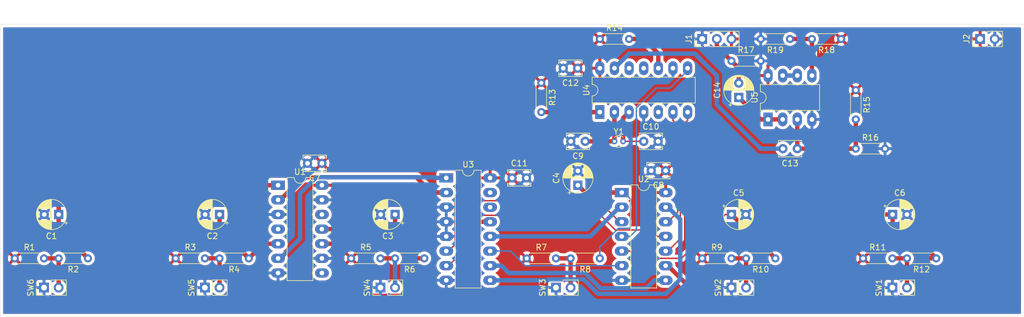
<source format=kicad_pcb>
(kicad_pcb (version 20171130) (host pcbnew "(5.1.2-1)-1")
  (layers (0 F.Cu signal) (31 B.Cu signal) (34 B.Paste user) (35 F.Paste user) (36 B.SilkS user) (37 F.SilkS user) (38 B.Mask user) (39 F.Mask user) (44 Edge.Cuts user))
  (net 0 "")
  (net 1 GND)
  (net 2 "Net-(C2-Pad1)")
  (net 3 "Net-(C3-Pad1)")
  (net 4 "Net-(C4-Pad1)")
  (net 5 "Net-(C5-Pad1)")
  (net 6 "Net-(C6-Pad1)")
  (net 7 +5V)
  (net 8 "Net-(C9-Pad1)")
  (net 9 "Net-(C10-Pad1)")
  (net 10 "Net-(C13-Pad1)")
  (net 11 "Net-(C13-Pad2)")
  (net 12 "Net-(C14-Pad1)")
  (net 13 "Net-(C14-Pad2)")
  (net 14 "Net-(R1-Pad2)")
  (net 15 "Net-(R3-Pad2)")
  (net 16 "Net-(R5-Pad2)")
  (net 17 "Net-(R7-Pad2)")
  (net 18 "Net-(R10-Pad2)")
  (net 19 "Net-(R11-Pad2)")
  (net 20 "Net-(R13-Pad2)")
  (net 21 "Net-(R14-Pad2)")
  (net 22 "Net-(U1-Pad10)")
  (net 23 "Net-(U2-Pad12)")
  (net 24 "Net-(U2-Pad4)")
  (net 25 "Net-(U2-Pad10)")
  (net 26 "Net-(U2-Pad2)")
  (net 27 "Net-(U5-Pad6)")
  (net 28 "Net-(C1-Pad1)")
  (net 29 "Net-(U2-Pad13)")
  (net 30 "Net-(U2-Pad11)")
  (net 31 "Net-(R18-Pad2)")
  (net 32 "Net-(U1-Pad6)")
  (net 33 "Net-(U1-Pad2)")
  (net 34 "Net-(U2-Pad6)")
  (net 35 "Net-(U2-Pad3)")
  (net 36 "Net-(U2-Pad8)")
  (module Capacitor_THT:CP_Radial_D5.0mm_P2.50mm (layer F.Cu) (at 194.31 88.9 90)
    (fp_text reference C14 (at 1.25 -3.75 90) (layer F.SilkS))
    (fp_text value 10uf)
    (pad 2 thru_hole circle (at 2.5 0 90) (size 1.6 1.6) (drill 0.8) (layers *.Cu *.Mask) (net 13 "Net-(C14-Pad2)"))
    (pad 1 thru_hole rect (at 0 0 90) (size 1.6 1.6) (drill 0.8) (layers *.Cu *.Mask) (net 12 "Net-(C14-Pad1)"))
  )
  (module Capacitor_THT:C_Disc_D3.8mm_W2.6mm_P2.50mm (layer F.Cu) (at 204.47 97.79 180)
    (fp_text reference C13 (at 1.25 -2.55) (layer F.SilkS))
    (fp_text value .1uf)
    (pad 2 thru_hole circle (at 2.5 0 180) (size 1.6 1.6) (drill 0.8) (layers *.Cu *.Mask) (net 11 "Net-(C13-Pad2)"))
    (pad 1 thru_hole circle (at 0 0 180) (size 1.6 1.6) (drill 0.8) (layers *.Cu *.Mask) (net 10 "Net-(C13-Pad1)"))
  )
  (module Capacitor_THT:C_Disc_D3.8mm_W2.6mm_P2.50mm (layer F.Cu) (at 166.33 83.82 180)
    (fp_text reference C12 (at 1.25 -2.55) (layer F.SilkS))
    (fp_text value 100nf)
    (pad 2 thru_hole circle (at 2.5 0 180) (size 1.6 1.6) (drill 0.8) (layers *.Cu *.Mask) (net 1 GND))
    (pad 1 thru_hole circle (at 0 0 180) (size 1.6 1.6) (drill 0.8) (layers *.Cu *.Mask) (net 7 +5V))
  )
  (module Capacitor_THT:C_Disc_D3.8mm_W2.6mm_P2.50mm (layer F.Cu) (at 154.94 102.87)
    (fp_text reference C11 (at 1.25 -2.55) (layer F.SilkS))
    (fp_text value 100nf)
    (pad 2 thru_hole circle (at 2.5 0) (size 1.6 1.6) (drill 0.8) (layers *.Cu *.Mask) (net 1 GND))
    (pad 1 thru_hole circle (at 0 0) (size 1.6 1.6) (drill 0.8) (layers *.Cu *.Mask) (net 7 +5V))
  )
  (module Capacitor_THT:C_Disc_D3.8mm_W2.6mm_P2.50mm (layer F.Cu) (at 177.8 96.52)
    (fp_text reference C10 (at 1.25 -2.55) (layer F.SilkS))
    (fp_text value 20pf)
    (pad 2 thru_hole circle (at 2.5 0) (size 1.6 1.6) (drill 0.8) (layers *.Cu *.Mask) (net 1 GND))
    (pad 1 thru_hole circle (at 0 0) (size 1.6 1.6) (drill 0.8) (layers *.Cu *.Mask) (net 9 "Net-(C10-Pad1)"))
  )
  (module Capacitor_THT:C_Disc_D3.8mm_W2.6mm_P2.50mm (layer F.Cu) (at 167.64 96.52 180)
    (fp_text reference C9 (at 1.25 -2.55) (layer F.SilkS))
    (fp_text value 20pf)
    (pad 2 thru_hole circle (at 2.5 0 180) (size 1.6 1.6) (drill 0.8) (layers *.Cu *.Mask) (net 1 GND))
    (pad 1 thru_hole circle (at 0 0 180) (size 1.6 1.6) (drill 0.8) (layers *.Cu *.Mask) (net 8 "Net-(C9-Pad1)"))
  )
  (module Capacitor_THT:C_Disc_D3.8mm_W2.6mm_P2.50mm (layer F.Cu) (at 181.61 101.6 180)
    (fp_text reference C8 (at 1.25 -2.55) (layer F.SilkS))
    (fp_text value 100nf)
    (pad 2 thru_hole circle (at 2.5 0 180) (size 1.6 1.6) (drill 0.8) (layers *.Cu *.Mask) (net 1 GND))
    (pad 1 thru_hole circle (at 0 0 180) (size 1.6 1.6) (drill 0.8) (layers *.Cu *.Mask) (net 7 +5V))
  )
  (module Capacitor_THT:C_Disc_D3.8mm_W2.6mm_P2.50mm (layer F.Cu) (at 121.92 100.33 180)
    (fp_text reference C7 (at 1.25 -2.55) (layer F.SilkS))
    (fp_text value 100nf)
    (pad 2 thru_hole circle (at 2.5 0 180) (size 1.6 1.6) (drill 0.8) (layers *.Cu *.Mask) (net 1 GND))
    (pad 1 thru_hole circle (at 0 0 180) (size 1.6 1.6) (drill 0.8) (layers *.Cu *.Mask) (net 7 +5V))
  )
  (module Capacitor_THT:CP_Radial_D5.0mm_P2.50mm (layer F.Cu) (at 221.02 109.22)
    (fp_text reference C6 (at 1.25 -3.75) (layer F.SilkS))
    (fp_text value 10uf)
    (pad 2 thru_hole circle (at 2.5 0) (size 1.6 1.6) (drill 0.8) (layers *.Cu *.Mask) (net 1 GND))
    (pad 1 thru_hole rect (at 0 0) (size 1.6 1.6) (drill 0.8) (layers *.Cu *.Mask) (net 6 "Net-(C6-Pad1)"))
  )
  (module Capacitor_THT:CP_Radial_D5.0mm_P2.50mm (layer F.Cu) (at 193.04 109.22)
    (fp_text reference C5 (at 1.25 -3.75) (layer F.SilkS))
    (fp_text value 10uf)
    (pad 2 thru_hole circle (at 2.5 0) (size 1.6 1.6) (drill 0.8) (layers *.Cu *.Mask) (net 1 GND))
    (pad 1 thru_hole rect (at 0 0) (size 1.6 1.6) (drill 0.8) (layers *.Cu *.Mask) (net 5 "Net-(C5-Pad1)"))
  )
  (module Capacitor_THT:CP_Radial_D5.0mm_P2.50mm (layer F.Cu) (at 166.37 104.14 90)
    (fp_text reference C4 (at 1.25 -3.75 90) (layer F.SilkS))
    (fp_text value 10uf)
    (pad 2 thru_hole circle (at 2.5 0 90) (size 1.6 1.6) (drill 0.8) (layers *.Cu *.Mask) (net 1 GND))
    (pad 1 thru_hole rect (at 0 0 90) (size 1.6 1.6) (drill 0.8) (layers *.Cu *.Mask) (net 4 "Net-(C4-Pad1)"))
  )
  (module Capacitor_THT:CP_Radial_D5.0mm_P2.50mm (layer F.Cu) (at 134.62 109.22 180)
    (fp_text reference C3 (at 1.25 -3.75) (layer F.SilkS))
    (fp_text value 10uf)
    (pad 2 thru_hole circle (at 2.5 0 180) (size 1.6 1.6) (drill 0.8) (layers *.Cu *.Mask) (net 1 GND))
    (pad 1 thru_hole rect (at 0 0 180) (size 1.6 1.6) (drill 0.8) (layers *.Cu *.Mask) (net 3 "Net-(C3-Pad1)"))
  )
  (module Capacitor_THT:CP_Radial_D5.0mm_P2.50mm (layer F.Cu) (at 104.14 109.22 180)
    (fp_text reference C2 (at 1.25 -3.75) (layer F.SilkS))
    (fp_text value 10uf)
    (pad 2 thru_hole circle (at 2.5 0 180) (size 1.6 1.6) (drill 0.8) (layers *.Cu *.Mask) (net 1 GND))
    (pad 1 thru_hole rect (at 0 0 180) (size 1.6 1.6) (drill 0.8) (layers *.Cu *.Mask) (net 2 "Net-(C2-Pad1)"))
  )
  (module Capacitor_THT:CP_Radial_D5.0mm_P2.50mm (layer F.Cu) (at 76.2 109.22 180)
    (fp_text reference C1 (at 1.25 -3.75) (layer F.SilkS))
    (fp_text value 10uf)
    (pad 2 thru_hole circle (at 2.5 0 180) (size 1.6 1.6) (drill 0.8) (layers *.Cu *.Mask) (net 1 GND))
    (pad 1 thru_hole rect (at 0 0 180) (size 1.6 1.6) (drill 0.8) (layers *.Cu *.Mask) (net 28 "Net-(C1-Pad1)"))
  )
  (module Resistor_THT:R_Axial_DIN0204_L3.6mm_D1.6mm_P5.08mm_Horizontal (layer F.Cu) (at 203.2 78.74 180)
    (fp_text reference R19 (at 2.54 -1.92) (layer F.SilkS))
    (fp_text value 10k)
    (pad 2 thru_hole oval (at 5.08 0 180) (size 1.4 1.4) (drill 0.7) (layers *.Cu *.Mask) (net 1 GND))
    (pad 1 thru_hole circle (at 0 0 180) (size 1.4 1.4) (drill 0.7) (layers *.Cu *.Mask) (net 31 "Net-(R18-Pad2)"))
  )
  (module Resistor_THT:R_Axial_DIN0204_L3.6mm_D1.6mm_P5.08mm_Horizontal (layer F.Cu) (at 212.09 78.74 180)
    (fp_text reference R18 (at 2.54 -1.92) (layer F.SilkS))
    (fp_text value 10k)
    (pad 2 thru_hole oval (at 5.08 0 180) (size 1.4 1.4) (drill 0.7) (layers *.Cu *.Mask) (net 31 "Net-(R18-Pad2)"))
    (pad 1 thru_hole circle (at 0 0 180) (size 1.4 1.4) (drill 0.7) (layers *.Cu *.Mask) (net 7 +5V))
  )
  (module Resistor_THT:R_Axial_DIN0204_L3.6mm_D1.6mm_P5.08mm_Horizontal (layer F.Cu) (at 193.04 82.55)
    (fp_text reference R17 (at 2.54 -1.92) (layer F.SilkS))
    (fp_text value 10k)
    (pad 2 thru_hole oval (at 5.08 0) (size 1.4 1.4) (drill 0.7) (layers *.Cu *.Mask) (net 1 GND))
    (pad 1 thru_hole circle (at 0 0) (size 1.4 1.4) (drill 0.7) (layers *.Cu *.Mask) (net 13 "Net-(C14-Pad2)"))
  )
  (module Resistor_THT:R_Axial_DIN0204_L3.6mm_D1.6mm_P5.08mm_Horizontal (layer F.Cu) (at 214.63 97.79)
    (fp_text reference R16 (at 2.54 -1.92) (layer F.SilkS))
    (fp_text value 1m)
    (pad 2 thru_hole oval (at 5.08 0) (size 1.4 1.4) (drill 0.7) (layers *.Cu *.Mask) (net 1 GND))
    (pad 1 thru_hole circle (at 0 0) (size 1.4 1.4) (drill 0.7) (layers *.Cu *.Mask) (net 10 "Net-(C13-Pad1)"))
  )
  (module Resistor_THT:R_Axial_DIN0204_L3.6mm_D1.6mm_P5.08mm_Horizontal (layer F.Cu) (at 214.63 87.63 270)
    (fp_text reference R15 (at 2.54 -1.92 90) (layer F.SilkS))
    (fp_text value 1m)
    (pad 2 thru_hole oval (at 5.08 0 270) (size 1.4 1.4) (drill 0.7) (layers *.Cu *.Mask) (net 10 "Net-(C13-Pad1)"))
    (pad 1 thru_hole circle (at 0 0 270) (size 1.4 1.4) (drill 0.7) (layers *.Cu *.Mask) (net 7 +5V))
  )
  (module Resistor_THT:R_Axial_DIN0204_L3.6mm_D1.6mm_P5.08mm_Horizontal (layer F.Cu) (at 170.18 78.74)
    (fp_text reference R14 (at 2.54 -1.92) (layer F.SilkS))
    (fp_text value 10k)
    (pad 2 thru_hole oval (at 5.08 0) (size 1.4 1.4) (drill 0.7) (layers *.Cu *.Mask) (net 21 "Net-(R14-Pad2)"))
    (pad 1 thru_hole circle (at 0 0) (size 1.4 1.4) (drill 0.7) (layers *.Cu *.Mask) (net 7 +5V))
  )
  (module Resistor_THT:R_Axial_DIN0204_L3.6mm_D1.6mm_P5.08mm_Horizontal (layer F.Cu) (at 160.02 86.36 270)
    (fp_text reference R13 (at 2.54 -1.92 90) (layer F.SilkS))
    (fp_text value 10k)
    (pad 2 thru_hole oval (at 5.08 0 270) (size 1.4 1.4) (drill 0.7) (layers *.Cu *.Mask) (net 20 "Net-(R13-Pad2)"))
    (pad 1 thru_hole circle (at 0 0 270) (size 1.4 1.4) (drill 0.7) (layers *.Cu *.Mask) (net 7 +5V))
  )
  (module Resistor_THT:R_Axial_DIN0204_L3.6mm_D1.6mm_P5.08mm_Horizontal (layer F.Cu) (at 228.6 116.84 180)
    (fp_text reference R12 (at 2.54 -1.92) (layer F.SilkS))
    (fp_text value 1k)
    (pad 2 thru_hole oval (at 5.08 0 180) (size 1.4 1.4) (drill 0.7) (layers *.Cu *.Mask) (net 19 "Net-(R11-Pad2)"))
    (pad 1 thru_hole circle (at 0 0 180) (size 1.4 1.4) (drill 0.7) (layers *.Cu *.Mask) (net 6 "Net-(C6-Pad1)"))
  )
  (module Resistor_THT:R_Axial_DIN0204_L3.6mm_D1.6mm_P5.08mm_Horizontal (layer F.Cu) (at 215.9 116.84)
    (fp_text reference R11 (at 2.54 -1.92) (layer F.SilkS))
    (fp_text value 10k)
    (pad 2 thru_hole oval (at 5.08 0) (size 1.4 1.4) (drill 0.7) (layers *.Cu *.Mask) (net 19 "Net-(R11-Pad2)"))
    (pad 1 thru_hole circle (at 0 0) (size 1.4 1.4) (drill 0.7) (layers *.Cu *.Mask) (net 7 +5V))
  )
  (module Resistor_THT:R_Axial_DIN0204_L3.6mm_D1.6mm_P5.08mm_Horizontal (layer F.Cu) (at 200.66 116.84 180)
    (fp_text reference R10 (at 2.54 -1.92) (layer F.SilkS))
    (fp_text value 1k)
    (pad 2 thru_hole oval (at 5.08 0 180) (size 1.4 1.4) (drill 0.7) (layers *.Cu *.Mask) (net 18 "Net-(R10-Pad2)"))
    (pad 1 thru_hole circle (at 0 0 180) (size 1.4 1.4) (drill 0.7) (layers *.Cu *.Mask) (net 5 "Net-(C5-Pad1)"))
  )
  (module Resistor_THT:R_Axial_DIN0204_L3.6mm_D1.6mm_P5.08mm_Horizontal (layer F.Cu) (at 187.96 116.84)
    (fp_text reference R9 (at 2.54 -1.92) (layer F.SilkS))
    (fp_text value 10k)
    (pad 2 thru_hole oval (at 5.08 0) (size 1.4 1.4) (drill 0.7) (layers *.Cu *.Mask) (net 18 "Net-(R10-Pad2)"))
    (pad 1 thru_hole circle (at 0 0) (size 1.4 1.4) (drill 0.7) (layers *.Cu *.Mask) (net 7 +5V))
  )
  (module Resistor_THT:R_Axial_DIN0204_L3.6mm_D1.6mm_P5.08mm_Horizontal (layer F.Cu) (at 170.18 116.84 180)
    (fp_text reference R8 (at 2.54 -1.92) (layer F.SilkS))
    (fp_text value 1k)
    (pad 2 thru_hole oval (at 5.08 0 180) (size 1.4 1.4) (drill 0.7) (layers *.Cu *.Mask) (net 17 "Net-(R7-Pad2)"))
    (pad 1 thru_hole circle (at 0 0 180) (size 1.4 1.4) (drill 0.7) (layers *.Cu *.Mask) (net 4 "Net-(C4-Pad1)"))
  )
  (module Resistor_THT:R_Axial_DIN0204_L3.6mm_D1.6mm_P5.08mm_Horizontal (layer F.Cu) (at 157.48 116.84)
    (fp_text reference R7 (at 2.54 -1.92) (layer F.SilkS))
    (fp_text value 10k)
    (pad 2 thru_hole oval (at 5.08 0) (size 1.4 1.4) (drill 0.7) (layers *.Cu *.Mask) (net 17 "Net-(R7-Pad2)"))
    (pad 1 thru_hole circle (at 0 0) (size 1.4 1.4) (drill 0.7) (layers *.Cu *.Mask) (net 7 +5V))
  )
  (module Resistor_THT:R_Axial_DIN0204_L3.6mm_D1.6mm_P5.08mm_Horizontal (layer F.Cu) (at 139.7 116.84 180)
    (fp_text reference R6 (at 2.54 -1.92) (layer F.SilkS))
    (fp_text value 1k)
    (pad 2 thru_hole oval (at 5.08 0 180) (size 1.4 1.4) (drill 0.7) (layers *.Cu *.Mask) (net 16 "Net-(R5-Pad2)"))
    (pad 1 thru_hole circle (at 0 0 180) (size 1.4 1.4) (drill 0.7) (layers *.Cu *.Mask) (net 3 "Net-(C3-Pad1)"))
  )
  (module Resistor_THT:R_Axial_DIN0204_L3.6mm_D1.6mm_P5.08mm_Horizontal (layer F.Cu) (at 127 116.84)
    (fp_text reference R5 (at 2.54 -1.92) (layer F.SilkS))
    (fp_text value 10k)
    (pad 2 thru_hole oval (at 5.08 0) (size 1.4 1.4) (drill 0.7) (layers *.Cu *.Mask) (net 16 "Net-(R5-Pad2)"))
    (pad 1 thru_hole circle (at 0 0) (size 1.4 1.4) (drill 0.7) (layers *.Cu *.Mask) (net 7 +5V))
  )
  (module Resistor_THT:R_Axial_DIN0204_L3.6mm_D1.6mm_P5.08mm_Horizontal (layer F.Cu) (at 109.22 116.84 180)
    (fp_text reference R4 (at 2.54 -1.92) (layer F.SilkS))
    (fp_text value 1k)
    (pad 2 thru_hole oval (at 5.08 0 180) (size 1.4 1.4) (drill 0.7) (layers *.Cu *.Mask) (net 15 "Net-(R3-Pad2)"))
    (pad 1 thru_hole circle (at 0 0 180) (size 1.4 1.4) (drill 0.7) (layers *.Cu *.Mask) (net 2 "Net-(C2-Pad1)"))
  )
  (module Resistor_THT:R_Axial_DIN0204_L3.6mm_D1.6mm_P5.08mm_Horizontal (layer F.Cu) (at 96.52 116.84)
    (fp_text reference R3 (at 2.54 -1.92) (layer F.SilkS))
    (fp_text value 10k)
    (pad 2 thru_hole oval (at 5.08 0) (size 1.4 1.4) (drill 0.7) (layers *.Cu *.Mask) (net 15 "Net-(R3-Pad2)"))
    (pad 1 thru_hole circle (at 0 0) (size 1.4 1.4) (drill 0.7) (layers *.Cu *.Mask) (net 7 +5V))
  )
  (module Resistor_THT:R_Axial_DIN0204_L3.6mm_D1.6mm_P5.08mm_Horizontal (layer F.Cu) (at 81.28 116.84 180)
    (fp_text reference R2 (at 2.54 -1.92) (layer F.SilkS))
    (fp_text value 1k)
    (pad 2 thru_hole oval (at 5.08 0 180) (size 1.4 1.4) (drill 0.7) (layers *.Cu *.Mask) (net 14 "Net-(R1-Pad2)"))
    (pad 1 thru_hole circle (at 0 0 180) (size 1.4 1.4) (drill 0.7) (layers *.Cu *.Mask) (net 28 "Net-(C1-Pad1)"))
  )
  (module Resistor_THT:R_Axial_DIN0204_L3.6mm_D1.6mm_P5.08mm_Horizontal (layer F.Cu) (at 68.58 116.84)
    (fp_text reference R1 (at 2.54 -1.92) (layer F.SilkS))
    (fp_text value 10k)
    (pad 2 thru_hole oval (at 5.08 0) (size 1.4 1.4) (drill 0.7) (layers *.Cu *.Mask) (net 14 "Net-(R1-Pad2)"))
    (pad 1 thru_hole circle (at 0 0) (size 1.4 1.4) (drill 0.7) (layers *.Cu *.Mask) (net 7 +5V))
  )
  (module Connector_PinHeader_2.54mm:PinHeader_1x02_P2.54mm_Vertical (layer F.Cu) (at 236.22 78.74 90)
    (fp_text reference J2 (at 0 -2.33 90) (layer F.SilkS))
    (fp_text value Conn_01x02_Male)
    (pad 2 thru_hole oval (at 0 2.54 90) (size 1.7 1.7) (drill 1) (layers *.Cu *.Mask) (net 1 GND))
    (pad 1 thru_hole rect (at 0 0 90) (size 1.7 1.7) (drill 1) (layers *.Cu *.Mask) (net 7 +5V))
  )
  (module Package_DIP:DIP-16_W7.62mm_LongPads (layer F.Cu) (at 143.51 102.87)
    (fp_text reference U3 (at 3.81 -2.33) (layer F.SilkS))
    (fp_text value 74LS148)
    (pad 16 thru_hole oval (at 7.62 0) (size 2.4 1.6) (drill 0.8) (layers *.Cu *.Mask) (net 7 +5V))
    (pad 8 thru_hole oval (at 0 17.78) (size 2.4 1.6) (drill 0.8) (layers *.Cu *.Mask) (net 1 GND))
    (pad 15 thru_hole oval (at 7.62 2.54) (size 2.4 1.6) (drill 0.8) (layers *.Cu *.Mask))
    (pad 7 thru_hole oval (at 0 15.24) (size 2.4 1.6) (drill 0.8) (layers *.Cu *.Mask) (net 30 "Net-(U2-Pad11)"))
    (pad 14 thru_hole oval (at 7.62 5.08) (size 2.4 1.6) (drill 0.8) (layers *.Cu *.Mask))
    (pad 6 thru_hole oval (at 0 12.7) (size 2.4 1.6) (drill 0.8) (layers *.Cu *.Mask) (net 35 "Net-(U2-Pad3)"))
    (pad 13 thru_hole oval (at 7.62 7.62) (size 2.4 1.6) (drill 0.8) (layers *.Cu *.Mask) (net 22 "Net-(U1-Pad10)"))
    (pad 5 thru_hole oval (at 0 10.16) (size 2.4 1.6) (drill 0.8) (layers *.Cu *.Mask) (net 1 GND))
    (pad 12 thru_hole oval (at 7.62 10.16) (size 2.4 1.6) (drill 0.8) (layers *.Cu *.Mask) (net 26 "Net-(U2-Pad2)"))
    (pad 4 thru_hole oval (at 0 7.62) (size 2.4 1.6) (drill 0.8) (layers *.Cu *.Mask) (net 1 GND))
    (pad 11 thru_hole oval (at 7.62 12.7) (size 2.4 1.6) (drill 0.8) (layers *.Cu *.Mask) (net 34 "Net-(U2-Pad6)"))
    (pad 3 thru_hole oval (at 0 5.08) (size 2.4 1.6) (drill 0.8) (layers *.Cu *.Mask) (net 1 GND))
    (pad 10 thru_hole oval (at 7.62 15.24) (size 2.4 1.6) (drill 0.8) (layers *.Cu *.Mask) (net 36 "Net-(U2-Pad8)"))
    (pad 2 thru_hole oval (at 0 2.54) (size 2.4 1.6) (drill 0.8) (layers *.Cu *.Mask) (net 33 "Net-(U1-Pad2)"))
    (pad 9 thru_hole oval (at 7.62 17.78) (size 2.4 1.6) (drill 0.8) (layers *.Cu *.Mask) (net 29 "Net-(U2-Pad13)"))
    (pad 1 thru_hole rect (at 0 0) (size 2.4 1.6) (drill 0.8) (layers *.Cu *.Mask) (net 32 "Net-(U1-Pad6)"))
  )
  (module Crystal:Crystal_DS10_D1.0mm_L4.3mm_Vertical (layer F.Cu) (at 172.72 96.52)
    (fp_text reference Y1 (at 0.75 -1.7) (layer F.SilkS))
    (fp_text value 3.5795mHz)
    (pad 2 thru_hole circle (at 1.5 0) (size 1 1) (drill 0.5) (layers *.Cu *.Mask) (net 9 "Net-(C10-Pad1)"))
    (pad 1 thru_hole circle (at 0 0) (size 1 1) (drill 0.5) (layers *.Cu *.Mask) (net 8 "Net-(C9-Pad1)"))
  )
  (module Package_DIP:DIP-8_W7.62mm_LongPads (layer F.Cu) (at 199.39 92.71 90)
    (fp_text reference U5 (at 3.81 -2.33 90) (layer F.SilkS))
    (fp_text value LM358)
    (pad 8 thru_hole oval (at 7.62 0 90) (size 2.4 1.6) (drill 0.8) (layers *.Cu *.Mask) (net 7 +5V))
    (pad 4 thru_hole oval (at 0 7.62 90) (size 2.4 1.6) (drill 0.8) (layers *.Cu *.Mask) (net 1 GND))
    (pad 7 thru_hole oval (at 7.62 2.54 90) (size 2.4 1.6) (drill 0.8) (layers *.Cu *.Mask) (net 27 "Net-(U5-Pad6)"))
    (pad 3 thru_hole oval (at 0 5.08 90) (size 2.4 1.6) (drill 0.8) (layers *.Cu *.Mask) (net 10 "Net-(C13-Pad1)"))
    (pad 6 thru_hole oval (at 7.62 5.08 90) (size 2.4 1.6) (drill 0.8) (layers *.Cu *.Mask) (net 27 "Net-(U5-Pad6)"))
    (pad 2 thru_hole oval (at 0 2.54 90) (size 2.4 1.6) (drill 0.8) (layers *.Cu *.Mask) (net 12 "Net-(C14-Pad1)"))
    (pad 5 thru_hole oval (at 7.62 7.62 90) (size 2.4 1.6) (drill 0.8) (layers *.Cu *.Mask) (net 31 "Net-(R18-Pad2)"))
    (pad 1 thru_hole rect (at 0 0 90) (size 2.4 1.6) (drill 0.8) (layers *.Cu *.Mask) (net 12 "Net-(C14-Pad1)"))
  )
  (module Package_DIP:DIP-14_W7.62mm_LongPads (layer F.Cu) (at 170.18 91.44 90)
    (fp_text reference U4 (at 3.81 -2.33 90) (layer F.SilkS))
    (fp_text value HT9200B)
    (pad 14 thru_hole oval (at 7.62 0 90) (size 2.4 1.6) (drill 0.8) (layers *.Cu *.Mask) (net 7 +5V))
    (pad 7 thru_hole oval (at 0 15.24 90) (size 2.4 1.6) (drill 0.8) (layers *.Cu *.Mask) (net 25 "Net-(U2-Pad10)"))
    (pad 13 thru_hole oval (at 7.62 2.54 90) (size 2.4 1.6) (drill 0.8) (layers *.Cu *.Mask) (net 11 "Net-(C13-Pad2)"))
    (pad 6 thru_hole oval (at 0 12.7 90) (size 2.4 1.6) (drill 0.8) (layers *.Cu *.Mask) (net 23 "Net-(U2-Pad12)"))
    (pad 12 thru_hole oval (at 7.62 5.08 90) (size 2.4 1.6) (drill 0.8) (layers *.Cu *.Mask))
    (pad 5 thru_hole oval (at 0 10.16 90) (size 2.4 1.6) (drill 0.8) (layers *.Cu *.Mask))
    (pad 11 thru_hole oval (at 7.62 7.62 90) (size 2.4 1.6) (drill 0.8) (layers *.Cu *.Mask))
    (pad 4 thru_hole oval (at 0 7.62 90) (size 2.4 1.6) (drill 0.8) (layers *.Cu *.Mask) (net 1 GND))
    (pad 10 thru_hole oval (at 7.62 10.16 90) (size 2.4 1.6) (drill 0.8) (layers *.Cu *.Mask) (net 21 "Net-(R14-Pad2)"))
    (pad 3 thru_hole oval (at 0 5.08 90) (size 2.4 1.6) (drill 0.8) (layers *.Cu *.Mask) (net 9 "Net-(C10-Pad1)"))
    (pad 9 thru_hole oval (at 7.62 12.7 90) (size 2.4 1.6) (drill 0.8) (layers *.Cu *.Mask) (net 1 GND))
    (pad 2 thru_hole oval (at 0 2.54 90) (size 2.4 1.6) (drill 0.8) (layers *.Cu *.Mask) (net 8 "Net-(C9-Pad1)"))
    (pad 8 thru_hole oval (at 7.62 15.24 90) (size 2.4 1.6) (drill 0.8) (layers *.Cu *.Mask) (net 24 "Net-(U2-Pad4)"))
    (pad 1 thru_hole rect (at 0 0 90) (size 2.4 1.6) (drill 0.8) (layers *.Cu *.Mask) (net 20 "Net-(R13-Pad2)"))
  )
  (module Package_DIP:DIP-14_W7.62mm_LongPads (layer F.Cu) (at 173.99 105.41)
    (fp_text reference U2 (at 3.81 -2.33) (layer F.SilkS))
    (fp_text value 74HCT04)
    (pad 14 thru_hole oval (at 7.62 0) (size 2.4 1.6) (drill 0.8) (layers *.Cu *.Mask) (net 7 +5V))
    (pad 7 thru_hole oval (at 0 15.24) (size 2.4 1.6) (drill 0.8) (layers *.Cu *.Mask) (net 1 GND))
    (pad 13 thru_hole oval (at 7.62 2.54) (size 2.4 1.6) (drill 0.8) (layers *.Cu *.Mask) (net 29 "Net-(U2-Pad13)"))
    (pad 6 thru_hole oval (at 0 12.7) (size 2.4 1.6) (drill 0.8) (layers *.Cu *.Mask) (net 34 "Net-(U2-Pad6)"))
    (pad 12 thru_hole oval (at 7.62 5.08) (size 2.4 1.6) (drill 0.8) (layers *.Cu *.Mask) (net 23 "Net-(U2-Pad12)"))
    (pad 5 thru_hole oval (at 0 10.16) (size 2.4 1.6) (drill 0.8) (layers *.Cu *.Mask) (net 5 "Net-(C5-Pad1)"))
    (pad 11 thru_hole oval (at 7.62 7.62) (size 2.4 1.6) (drill 0.8) (layers *.Cu *.Mask) (net 30 "Net-(U2-Pad11)"))
    (pad 4 thru_hole oval (at 0 7.62) (size 2.4 1.6) (drill 0.8) (layers *.Cu *.Mask) (net 24 "Net-(U2-Pad4)"))
    (pad 10 thru_hole oval (at 7.62 10.16) (size 2.4 1.6) (drill 0.8) (layers *.Cu *.Mask) (net 25 "Net-(U2-Pad10)"))
    (pad 3 thru_hole oval (at 0 5.08) (size 2.4 1.6) (drill 0.8) (layers *.Cu *.Mask) (net 35 "Net-(U2-Pad3)"))
    (pad 9 thru_hole oval (at 7.62 12.7) (size 2.4 1.6) (drill 0.8) (layers *.Cu *.Mask) (net 6 "Net-(C6-Pad1)"))
    (pad 2 thru_hole oval (at 0 2.54) (size 2.4 1.6) (drill 0.8) (layers *.Cu *.Mask) (net 26 "Net-(U2-Pad2)"))
    (pad 8 thru_hole oval (at 7.62 15.24) (size 2.4 1.6) (drill 0.8) (layers *.Cu *.Mask) (net 36 "Net-(U2-Pad8)"))
    (pad 1 thru_hole rect (at 0 0) (size 2.4 1.6) (drill 0.8) (layers *.Cu *.Mask) (net 4 "Net-(C4-Pad1)"))
  )
  (module Package_DIP:DIP-14_W7.62mm_LongPads (layer F.Cu) (at 114.3 104.14)
    (fp_text reference U1 (at 3.81 -2.33) (layer F.SilkS))
    (fp_text value 74HCT04)
    (pad 14 thru_hole oval (at 7.62 0) (size 2.4 1.6) (drill 0.8) (layers *.Cu *.Mask) (net 7 +5V))
    (pad 7 thru_hole oval (at 0 15.24) (size 2.4 1.6) (drill 0.8) (layers *.Cu *.Mask) (net 1 GND))
    (pad 13 thru_hole oval (at 7.62 2.54) (size 2.4 1.6) (drill 0.8) (layers *.Cu *.Mask) (net 1 GND))
    (pad 6 thru_hole oval (at 0 12.7) (size 2.4 1.6) (drill 0.8) (layers *.Cu *.Mask) (net 32 "Net-(U1-Pad6)"))
    (pad 12 thru_hole oval (at 7.62 5.08) (size 2.4 1.6) (drill 0.8) (layers *.Cu *.Mask))
    (pad 5 thru_hole oval (at 0 10.16) (size 2.4 1.6) (drill 0.8) (layers *.Cu *.Mask) (net 2 "Net-(C2-Pad1)"))
    (pad 11 thru_hole oval (at 7.62 7.62) (size 2.4 1.6) (drill 0.8) (layers *.Cu *.Mask) (net 3 "Net-(C3-Pad1)"))
    (pad 4 thru_hole oval (at 0 7.62) (size 2.4 1.6) (drill 0.8) (layers *.Cu *.Mask))
    (pad 10 thru_hole oval (at 7.62 10.16) (size 2.4 1.6) (drill 0.8) (layers *.Cu *.Mask) (net 22 "Net-(U1-Pad10)"))
    (pad 3 thru_hole oval (at 0 5.08) (size 2.4 1.6) (drill 0.8) (layers *.Cu *.Mask) (net 1 GND))
    (pad 9 thru_hole oval (at 7.62 12.7) (size 2.4 1.6) (drill 0.8) (layers *.Cu *.Mask) (net 1 GND))
    (pad 2 thru_hole oval (at 0 2.54) (size 2.4 1.6) (drill 0.8) (layers *.Cu *.Mask) (net 33 "Net-(U1-Pad2)"))
    (pad 8 thru_hole oval (at 7.62 15.24) (size 2.4 1.6) (drill 0.8) (layers *.Cu *.Mask))
    (pad 1 thru_hole rect (at 0 0) (size 2.4 1.6) (drill 0.8) (layers *.Cu *.Mask) (net 28 "Net-(C1-Pad1)"))
  )
  (module Connector_PinHeader_2.54mm:PinHeader_1x02_P2.54mm_Vertical (layer F.Cu) (at 220.98 121.92 90)
    (fp_text reference SW1 (at 0 -2.33 90) (layer F.SilkS))
    (fp_text value SW_SPST)
    (pad 2 thru_hole oval (at 0 2.54 90) (size 1.7 1.7) (drill 1) (layers *.Cu *.Mask) (net 19 "Net-(R11-Pad2)"))
    (pad 1 thru_hole rect (at 0 0 90) (size 1.7 1.7) (drill 1) (layers *.Cu *.Mask) (net 1 GND))
  )
  (module Connector_PinHeader_2.54mm:PinHeader_1x02_P2.54mm_Vertical (layer F.Cu) (at 193.04 121.92 90)
    (fp_text reference SW2 (at 0 -2.33 90) (layer F.SilkS))
    (fp_text value SW_SPST)
    (pad 2 thru_hole oval (at 0 2.54 90) (size 1.7 1.7) (drill 1) (layers *.Cu *.Mask) (net 18 "Net-(R10-Pad2)"))
    (pad 1 thru_hole rect (at 0 0 90) (size 1.7 1.7) (drill 1) (layers *.Cu *.Mask) (net 1 GND))
  )
  (module Connector_PinHeader_2.54mm:PinHeader_1x02_P2.54mm_Vertical (layer F.Cu) (at 162.56 121.92 90)
    (fp_text reference SW3 (at 0 -2.33 90) (layer F.SilkS))
    (fp_text value SW_SPST)
    (pad 2 thru_hole oval (at 0 2.54 90) (size 1.7 1.7) (drill 1) (layers *.Cu *.Mask) (net 17 "Net-(R7-Pad2)"))
    (pad 1 thru_hole rect (at 0 0 90) (size 1.7 1.7) (drill 1) (layers *.Cu *.Mask) (net 1 GND))
  )
  (module Connector_PinHeader_2.54mm:PinHeader_1x02_P2.54mm_Vertical (layer F.Cu) (at 132.08 121.92 90)
    (fp_text reference SW4 (at 0 -2.33 90) (layer F.SilkS))
    (fp_text value SW_SPST)
    (pad 2 thru_hole oval (at 0 2.54 90) (size 1.7 1.7) (drill 1) (layers *.Cu *.Mask) (net 16 "Net-(R5-Pad2)"))
    (pad 1 thru_hole rect (at 0 0 90) (size 1.7 1.7) (drill 1) (layers *.Cu *.Mask) (net 1 GND))
  )
  (module Connector_PinHeader_2.54mm:PinHeader_1x02_P2.54mm_Vertical (layer F.Cu) (at 101.6 121.92 90)
    (fp_text reference SW5 (at 0 -2.33 90) (layer F.SilkS))
    (fp_text value SW_SPST)
    (pad 2 thru_hole oval (at 0 2.54 90) (size 1.7 1.7) (drill 1) (layers *.Cu *.Mask) (net 15 "Net-(R3-Pad2)"))
    (pad 1 thru_hole rect (at 0 0 90) (size 1.7 1.7) (drill 1) (layers *.Cu *.Mask) (net 1 GND))
  )
  (module Connector_PinHeader_2.54mm:PinHeader_1x02_P2.54mm_Vertical (layer F.Cu) (at 73.66 121.92 90)
    (fp_text reference SW6 (at 0 -2.33 90) (layer F.SilkS))
    (fp_text value SW_SPST)
    (pad 2 thru_hole oval (at 0 2.54 90) (size 1.7 1.7) (drill 1) (layers *.Cu *.Mask) (net 14 "Net-(R1-Pad2)"))
    (pad 1 thru_hole rect (at 0 0 90) (size 1.7 1.7) (drill 1) (layers *.Cu *.Mask) (net 1 GND))
  )
  (module Connector_PinHeader_2.54mm:PinHeader_1x03_P2.54mm_Vertical (layer F.Cu) (at 187.96 78.74 90)
    (fp_text reference J1 (at 0 -2.33 90) (layer F.SilkS))
    (fp_text value XLR3)
    (pad 3 thru_hole oval (at 0 5.08 90) (size 1.7 1.7) (drill 1) (layers *.Cu *.Mask) (net 7 +5V))
    (pad 2 thru_hole oval (at 0 2.54 90) (size 1.7 1.7) (drill 1) (layers *.Cu *.Mask) (net 13 "Net-(C14-Pad2)"))
    (pad 1 thru_hole rect (at 0 0 90) (size 1.7 1.7) (drill 1) (layers *.Cu *.Mask) (net 1 GND))
  )
  (gr_line (start 66.04 127) (end 66.04 76.2) (layer Edge.Cuts) (width 0.05))
  (gr_line (start 243.84 127) (end 66.04 127) (layer Edge.Cuts) (width 0.05))
  (gr_line (start 243.84 76.2) (end 243.84 127) (layer Edge.Cuts) (width 0.05))
  (gr_line (start 66.04 76.2) (end 243.84 76.2) (layer Edge.Cuts) (width 0.05))
  (segment (start 108.520001 116.140001) (end 109.22 116.84) (width 0.762) (layer F.Cu) (net 2))
  (segment (start 104.14 111.76) (end 109.22 116.84) (width 0.762) (layer F.Cu) (net 2))
  (segment (start 104.14 109.22) (end 104.14 111.76) (width 0.762) (layer F.Cu) (net 2))
  (segment (start 113.9 114.3) (end 114.3 114.3) (width 0.762) (layer F.Cu) (net 2))
  (segment (start 134.62 110.27) (end 134.62 109.22) (width 0.25) (layer F.Cu) (net 3))
  (segment (start 121.92 111.76) (end 122.32 111.76) (width 0.762) (layer F.Cu) (net 3))
  (segment (start 134.62 110.782) (end 134.62 109.22) (width 0.762) (layer F.Cu) (net 3))
  (segment (start 133.642 111.76) (end 134.62 110.782) (width 0.762) (layer F.Cu) (net 3))
  (segment (start 173.59 105.41) (end 173.99 105.41) (width 0.762) (layer F.Cu) (net 4))
  (segment (start 200.66 116.84) (end 193.04 109.22) (width 0.762) (layer F.Cu) (net 5))
  (segment (start 227.900001 116.140001) (end 228.6 116.84) (width 0.762) (layer F.Cu) (net 6))
  (segment (start 182.01 118.11) (end 188.36 124.46) (width 0.762) (layer F.Cu) (net 6))
  (segment (start 181.61 118.11) (end 182.01 118.11) (width 0.762) (layer F.Cu) (net 6))
  (segment (start 219.458 109.22) (end 221.02 109.22) (width 0.762) (layer F.Cu) (net 6))
  (segment (start 204.218 124.46) (end 219.458 109.22) (width 0.762) (layer F.Cu) (net 6))
  (segment (start 188.36 124.46) (end 204.218 124.46) (width 0.762) (layer F.Cu) (net 6))
  (segment (start 227.610051 116.84) (end 228.6 116.84) (width 0.762) (layer F.Cu) (net 6))
  (segment (start 221.02 110.782) (end 227.078 116.84) (width 0.762) (layer F.Cu) (net 6))
  (segment (start 227.078 116.84) (end 227.610051 116.84) (width 0.762) (layer F.Cu) (net 6))
  (segment (start 221.02 109.22) (end 221.02 110.782) (width 0.762) (layer F.Cu) (net 6))
  (segment (start 170.18 83.82) (end 170.18 84.22) (width 0.762) (layer B.Cu) (net 7))
  (segment (start 167.64 96.52) (end 172.72 96.52) (width 0.762) (layer F.Cu) (net 8))
  (segment (start 172.72 96.52) (end 172.72 91.44) (width 0.762) (layer F.Cu) (net 8))
  (segment (start 174.22 92.48) (end 175.26 91.44) (width 0.762) (layer F.Cu) (net 9))
  (segment (start 174.22 96.52) (end 174.22 92.48) (width 0.762) (layer F.Cu) (net 9))
  (segment (start 204.47 92.71) (end 204.47 97.79) (width 0.762) (layer F.Cu) (net 10))
  (segment (start 214.63 97.79) (end 204.47 97.79) (width 0.762) (layer F.Cu) (net 10))
  (segment (start 214.63 92.71) (end 214.63 97.79) (width 0.762) (layer F.Cu) (net 10))
  (segment (start 73.66 116.84) (end 76.2 116.84) (width 0.762) (layer F.Cu) (net 14))
  (segment (start 76.2 121.92) (end 76.2 116.84) (width 0.762) (layer F.Cu) (net 14))
  (segment (start 104.14 116.84) (end 104.14 121.92) (width 0.762) (layer F.Cu) (net 15))
  (segment (start 104.14 116.84) (end 101.6 116.84) (width 0.762) (layer F.Cu) (net 15))
  (segment (start 134.62 121.92) (end 134.62 116.84) (width 0.762) (layer B.Cu) (net 16))
  (segment (start 132.08 116.84) (end 134.62 116.84) (width 0.762) (layer F.Cu) (net 16))
  (segment (start 162.56 116.84) (end 165.1 116.84) (width 0.762) (layer F.Cu) (net 17))
  (segment (start 165.1 121.92) (end 165.1 116.84) (width 0.762) (layer F.Cu) (net 17))
  (segment (start 193.04 116.84) (end 195.58 116.84) (width 0.762) (layer F.Cu) (net 18))
  (segment (start 195.58 121.92) (end 195.58 116.84) (width 0.762) (layer F.Cu) (net 18))
  (segment (start 220.98 116.84) (end 223.52 116.84) (width 0.762) (layer F.Cu) (net 19))
  (segment (start 223.52 121.92) (end 223.52 116.84) (width 0.762) (layer F.Cu) (net 19))
  (segment (start 160.02 91.44) (end 170.18 91.44) (width 0.762) (layer F.Cu) (net 20))
  (segment (start 141.548 105.41) (end 143.51 105.41) (width 0.762) (layer F.Cu) (net 33))
  (segment (start 121.92 109.22) (end 122.32 109.22) (width 0.762) (layer F.Cu) (net 0))
  (segment (start 114.3 111.76) (end 114.7 111.76) (width 0.25) (layer B.Cu) (net 0))
  (segment (start 150.73 110.49) (end 151.13 110.49) (width 0.762) (layer F.Cu) (net 22))
  (segment (start 204.47 85.09) (end 201.93 85.09) (width 0.762) (layer B.Cu) (net 27))
  (segment (start 76.2 107.658) (end 76.2 109.22) (width 0.762) (layer F.Cu) (net 28))
  (segment (start 76.2 111.76) (end 81.28 116.84) (width 0.762) (layer F.Cu) (net 28))
  (segment (start 76.2 109.22) (end 76.2 111.76) (width 0.762) (layer F.Cu) (net 28))
  (segment (start 79.718 104.14) (end 78.594 105.264) (width 0.25) (layer F.Cu) (net 28))
  (segment (start 207.01 85.49) (end 207.01 85.09) (width 0.762) (layer B.Cu) (net 31))
  (segment (start 203.2 78.74) (end 205.74 78.74) (width 0.25) (layer F.Cu) (net 31))
  (segment (start 114.3 116.84) (end 113.9 116.84) (width 0.25) (layer B.Cu) (net 32))
  (segment (start 114.7 116.84) (end 114.3 116.84) (width 0.25) (layer F.Cu) (net 32))
  (segment (start 114.3 109.22) (end 113.9 109.22) (width 0.25) (layer F.Cu) (net 1))
  (segment (start 111.76 114.3) (end 109.22 116.84) (width 0.762) (layer F.Cu) (net 2))
  (segment (start 114.3 114.3) (end 111.76 114.3) (width 0.762) (layer F.Cu) (net 2))
  (segment (start 138.43 116.84) (end 133.35 111.76) (width 0.762) (layer F.Cu) (net 3))
  (segment (start 139.7 116.84) (end 138.43 116.84) (width 0.762) (layer F.Cu) (net 3))
  (segment (start 133.35 111.76) (end 133.642 111.76) (width 0.762) (layer F.Cu) (net 3))
  (segment (start 121.92 111.76) (end 133.35 111.76) (width 0.762) (layer F.Cu) (net 3))
  (segment (start 172.54 105.41) (end 173.99 105.41) (width 0.25) (layer F.Cu) (net 4))
  (segment (start 173.413986 111.61501) (end 175.40499 111.61501) (width 0.25) (layer B.Cu) (net 4))
  (segment (start 170.18 114.848996) (end 173.413986 111.61501) (width 0.25) (layer B.Cu) (net 4))
  (segment (start 170.18 116.84) (end 170.18 114.848996) (width 0.25) (layer B.Cu) (net 4))
  (segment (start 175.51501 106.53501) (end 174.39 105.41) (width 0.25) (layer B.Cu) (net 4))
  (segment (start 174.39 105.41) (end 173.99 105.41) (width 0.25) (layer B.Cu) (net 4))
  (segment (start 175.51501 111.50499) (end 175.51501 106.53501) (width 0.25) (layer B.Cu) (net 4))
  (segment (start 175.40499 111.61501) (end 175.51501 111.50499) (width 0.25) (layer B.Cu) (net 4))
  (segment (start 167.64 105.41) (end 166.37 104.14) (width 0.762) (layer F.Cu) (net 4))
  (segment (start 173.99 105.41) (end 167.64 105.41) (width 0.762) (layer F.Cu) (net 4))
  (segment (start 191.99 109.22) (end 193.04 109.22) (width 0.25) (layer F.Cu) (net 5))
  (segment (start 176.71 116.84) (end 184.37 116.84) (width 0.25) (layer F.Cu) (net 5))
  (segment (start 175.44 115.57) (end 176.71 116.84) (width 0.25) (layer F.Cu) (net 5))
  (segment (start 184.37 116.84) (end 191.99 109.22) (width 0.25) (layer F.Cu) (net 5))
  (segment (start 173.99 115.57) (end 175.44 115.57) (width 0.25) (layer F.Cu) (net 5))
  (segment (start 174.22 96.52) (end 177.8 96.52) (width 0.25) (layer F.Cu) (net 9))
  (segment (start 172.72 83.42) (end 173.84501 82.29499) (width 0.25) (layer B.Cu) (net 11))
  (segment (start 172.72 83.82) (end 172.72 83.42) (width 0.25) (layer B.Cu) (net 11))
  (segment (start 201.97 97.79) (end 198.12 97.79) (width 0.762) (layer B.Cu) (net 11))
  (segment (start 198.12 97.79) (end 190.5 90.17) (width 0.762) (layer B.Cu) (net 11))
  (segment (start 190.5 90.17) (end 190.5 85.09) (width 0.762) (layer B.Cu) (net 11))
  (segment (start 190.5 85.09) (end 186.69 81.28) (width 0.762) (layer B.Cu) (net 11))
  (segment (start 186.69 81.28) (end 175.26 81.28) (width 0.762) (layer B.Cu) (net 11))
  (segment (start 175.26 81.28) (end 172.72 83.82) (width 0.762) (layer B.Cu) (net 11))
  (segment (start 201.93 92.71) (end 199.39 92.71) (width 0.762) (layer F.Cu) (net 12))
  (segment (start 194.31 88.9) (end 198.12 92.71) (width 0.762) (layer F.Cu) (net 12))
  (segment (start 198.12 92.71) (end 199.39 92.71) (width 0.762) (layer F.Cu) (net 12))
  (segment (start 194.31 83.82) (end 193.04 82.55) (width 0.762) (layer F.Cu) (net 13))
  (segment (start 194.31 86.4) (end 194.31 83.82) (width 0.762) (layer F.Cu) (net 13))
  (segment (start 190.5 80.01) (end 193.04 82.55) (width 0.762) (layer F.Cu) (net 13))
  (segment (start 190.5 78.74) (end 190.5 80.01) (width 0.762) (layer F.Cu) (net 13))
  (segment (start 180.34 83.82) (end 180.34 83.42) (width 0.762) (layer F.Cu) (net 21))
  (segment (start 175.26 78.74) (end 177.8 78.74) (width 0.762) (layer F.Cu) (net 21))
  (segment (start 180.34 81.28) (end 180.34 83.82) (width 0.762) (layer F.Cu) (net 21))
  (segment (start 177.8 78.74) (end 180.34 81.28) (width 0.762) (layer F.Cu) (net 21))
  (segment (start 151.13 110.49) (end 149.168 110.49) (width 0.762) (layer F.Cu) (net 22))
  (segment (start 148.59 111.068) (end 148.59 113.03) (width 0.762) (layer F.Cu) (net 22))
  (segment (start 149.168 110.49) (end 148.59 111.068) (width 0.762) (layer F.Cu) (net 22))
  (segment (start 148.59 113.03) (end 148.59 112.63) (width 0.762) (layer F.Cu) (net 22))
  (segment (start 148.59 120.65) (end 148.59 113.03) (width 0.762) (layer F.Cu) (net 22))
  (segment (start 145.888999 123.351001) (end 148.59 120.65) (width 0.762) (layer F.Cu) (net 22))
  (segment (start 128.108999 123.351001) (end 145.888999 123.351001) (width 0.762) (layer F.Cu) (net 22))
  (segment (start 124.329001 114.747001) (end 124.329001 119.571003) (width 0.762) (layer F.Cu) (net 22))
  (segment (start 124.329001 119.571003) (end 128.108999 123.351001) (width 0.762) (layer F.Cu) (net 22))
  (segment (start 123.882 114.3) (end 124.329001 114.747001) (width 0.762) (layer F.Cu) (net 22))
  (segment (start 121.92 114.3) (end 123.882 114.3) (width 0.762) (layer F.Cu) (net 22))
  (segment (start 182.88 92.89) (end 182.88 91.44) (width 0.25) (layer F.Cu) (net 23))
  (segment (start 183.69999 93.70999) (end 182.88 92.89) (width 0.25) (layer F.Cu) (net 23))
  (segment (start 183.69999 108.80001) (end 183.69999 93.70999) (width 0.25) (layer F.Cu) (net 23))
  (segment (start 182.01 110.49) (end 183.69999 108.80001) (width 0.25) (layer F.Cu) (net 23))
  (segment (start 181.61 110.49) (end 182.01 110.49) (width 0.25) (layer F.Cu) (net 23))
  (segment (start 175.44 113.03) (end 176.53 111.94) (width 0.25) (layer B.Cu) (net 24))
  (segment (start 173.99 113.03) (end 175.44 113.03) (width 0.25) (layer B.Cu) (net 24))
  (segment (start 176.53 111.94) (end 176.53 90.718996) (width 0.25) (layer B.Cu) (net 24))
  (segment (start 182.370502 87.269498) (end 179.979498 87.269498) (width 0.25) (layer B.Cu) (net 24))
  (segment (start 185.42 83.82) (end 185.42 84.22) (width 0.25) (layer B.Cu) (net 24))
  (segment (start 185.42 84.22) (end 182.370502 87.269498) (width 0.25) (layer B.Cu) (net 24))
  (segment (start 176.53 90.718996) (end 179.979498 87.269498) (width 0.25) (layer B.Cu) (net 24))
  (segment (start 182.01 115.57) (end 184.15 113.43) (width 0.25) (layer F.Cu) (net 25))
  (segment (start 181.61 115.57) (end 182.01 115.57) (width 0.25) (layer F.Cu) (net 25))
  (segment (start 185.42 92.89) (end 185.42 91.44) (width 0.25) (layer F.Cu) (net 25))
  (segment (start 184.15 94.16) (end 185.42 92.89) (width 0.25) (layer F.Cu) (net 25))
  (segment (start 184.15 113.43) (end 184.15 94.16) (width 0.25) (layer F.Cu) (net 25))
  (segment (start 173.59 107.95) (end 173.99 107.95) (width 0.25) (layer B.Cu) (net 26))
  (segment (start 173.59 107.95) (end 168.51 113.03) (width 0.762) (layer B.Cu) (net 26))
  (segment (start 168.51 113.03) (end 151.13 113.03) (width 0.762) (layer B.Cu) (net 26))
  (segment (start 79.718 104.14) (end 77.959 105.899) (width 0.762) (layer F.Cu) (net 28))
  (segment (start 77.959 105.899) (end 76.2 107.658) (width 0.762) (layer F.Cu) (net 28))
  (segment (start 114.3 104.14) (end 79.718 104.14) (width 0.762) (layer F.Cu) (net 28))
  (segment (start 78.594 105.264) (end 77.959 105.899) (width 0.762) (layer F.Cu) (net 28))
  (segment (start 181.620024 122.99302) (end 184.15 120.463043) (width 0.762) (layer B.Cu) (net 29))
  (segment (start 169.892533 122.99302) (end 181.620024 122.99302) (width 0.762) (layer B.Cu) (net 29))
  (segment (start 167.388513 120.488999) (end 169.892533 122.99302) (width 0.762) (layer B.Cu) (net 29))
  (segment (start 161.245199 120.488999) (end 167.388513 120.488999) (width 0.762) (layer B.Cu) (net 29))
  (segment (start 182.01 107.95) (end 181.61 107.95) (width 0.762) (layer B.Cu) (net 29))
  (segment (start 184.15 110.09) (end 182.01 107.95) (width 0.762) (layer B.Cu) (net 29))
  (segment (start 184.15 120.463043) (end 184.15 110.09) (width 0.762) (layer B.Cu) (net 29))
  (segment (start 161.084198 120.65) (end 161.245199 120.488999) (width 0.762) (layer B.Cu) (net 29))
  (segment (start 151.13 120.65) (end 161.084198 120.65) (width 0.762) (layer B.Cu) (net 29))
  (segment (start 180.16 113.03) (end 181.61 113.03) (width 0.25) (layer F.Cu) (net 30))
  (segment (start 172.86499 111.90499) (end 179.03499 111.90499) (width 0.25) (layer F.Cu) (net 30))
  (segment (start 149.294562 109.36499) (end 170.32499 109.36499) (width 0.25) (layer F.Cu) (net 30))
  (segment (start 179.03499 111.90499) (end 180.16 113.03) (width 0.25) (layer F.Cu) (net 30))
  (segment (start 147.88399 114.13601) (end 147.88399 110.775562) (width 0.25) (layer F.Cu) (net 30))
  (segment (start 147.88399 110.775562) (end 149.294562 109.36499) (width 0.25) (layer F.Cu) (net 30))
  (segment (start 143.91 118.11) (end 147.88399 114.13601) (width 0.25) (layer F.Cu) (net 30))
  (segment (start 170.32499 109.36499) (end 172.86499 111.90499) (width 0.25) (layer F.Cu) (net 30))
  (segment (start 143.51 118.11) (end 143.91 118.11) (width 0.25) (layer F.Cu) (net 30))
  (segment (start 207.01 85.09) (end 207.01 78.74) (width 0.762) (layer F.Cu) (net 31))
  (segment (start 207.01 78.74) (end 203.2 78.74) (width 0.762) (layer F.Cu) (net 31))
  (segment (start 120.947967 102.75899) (end 118.11 105.596957) (width 0.762) (layer B.Cu) (net 32))
  (segment (start 141.43699 102.75899) (end 120.947967 102.75899) (width 0.762) (layer B.Cu) (net 32))
  (segment (start 141.548 102.87) (end 141.43699 102.75899) (width 0.762) (layer B.Cu) (net 32))
  (segment (start 143.51 102.87) (end 141.548 102.87) (width 0.762) (layer B.Cu) (net 32))
  (segment (start 114.7 116.84) (end 114.3 116.84) (width 0.762) (layer B.Cu) (net 32))
  (segment (start 118.11 113.43) (end 114.7 116.84) (width 0.762) (layer B.Cu) (net 32))
  (segment (start 118.11 105.596957) (end 118.11 113.43) (width 0.762) (layer B.Cu) (net 32))
  (segment (start 114.3 106.68) (end 114.7 106.68) (width 0.25) (layer F.Cu) (net 33))
  (segment (start 118.62101 102.75899) (end 138.31899 102.75899) (width 0.762) (layer F.Cu) (net 33))
  (segment (start 114.7 106.68) (end 118.62101 102.75899) (width 0.762) (layer F.Cu) (net 33))
  (segment (start 140.97 105.41) (end 143.51 105.41) (width 0.762) (layer F.Cu) (net 33))
  (segment (start 138.31899 102.75899) (end 140.97 105.41) (width 0.762) (layer F.Cu) (net 33))
  (segment (start 154.692998 115.57) (end 157.232998 118.11) (width 0.25) (layer B.Cu) (net 34))
  (segment (start 151.13 115.57) (end 154.692998 115.57) (width 0.25) (layer B.Cu) (net 34))
  (segment (start 157.232998 118.11) (end 173.99 118.11) (width 0.25) (layer B.Cu) (net 34))
  (segment (start 143.91 115.57) (end 145.03501 114.44499) (width 0.25) (layer F.Cu) (net 35))
  (segment (start 143.51 115.57) (end 143.91 115.57) (width 0.25) (layer F.Cu) (net 35))
  (segment (start 149.71501 106.82499) (end 145.03501 111.50499) (width 0.25) (layer F.Cu) (net 35))
  (segment (start 173.59 110.49) (end 169.92499 106.82499) (width 0.25) (layer F.Cu) (net 35))
  (segment (start 173.99 110.49) (end 173.59 110.49) (width 0.25) (layer F.Cu) (net 35))
  (segment (start 145.03501 111.50499) (end 145.03501 106.973986) (width 0.25) (layer F.Cu) (net 35))
  (segment (start 169.92499 106.82499) (end 149.71501 106.82499) (width 0.25) (layer F.Cu) (net 35))
  (segment (start 145.03501 114.44499) (end 145.03501 111.50499) (width 0.25) (layer F.Cu) (net 35))
  (segment (start 178.26699 122.03101) (end 170.29101 122.03101) (width 0.762) (layer B.Cu) (net 36))
  (segment (start 179.648 120.65) (end 178.26699 122.03101) (width 0.762) (layer B.Cu) (net 36))
  (segment (start 181.61 120.65) (end 179.648 120.65) (width 0.762) (layer B.Cu) (net 36))
  (segment (start 170.29101 122.03101) (end 167.64 119.38) (width 0.762) (layer B.Cu) (net 36))
  (segment (start 153.092 118.11) (end 151.13 118.11) (width 0.762) (layer B.Cu) (net 36))
  (segment (start 154.362 119.38) (end 153.092 118.11) (width 0.762) (layer B.Cu) (net 36))
  (segment (start 167.64 119.38) (end 154.362 119.38) (width 0.762) (layer B.Cu) (net 36))
  (zone (net 1) (net_name GND) (layer B.Cu) (connect_pads (clearance 0.508)) (min_thickness 0.254) (fill yes (arc_segments 32) (thermal_gap 0.508) (thermal_bridge_width 0.508))
    (polygon (pts (xy 66.04 76.2) (xy 243.84 76.2) (xy 243.84 127) (xy 66.04 127)))
  )
  (zone (net 7) (net_name +5V) (layer F.Cu) (connect_pads (clearance 0.508)) (min_thickness 0.254) (fill yes (arc_segments 32) (thermal_gap 0.508) (thermal_bridge_width 0.508))
    (polygon (pts (xy 66.04 76.2) (xy 243.84 76.2) (xy 243.84 127) (xy 66.04 127)))
  )
)
</source>
